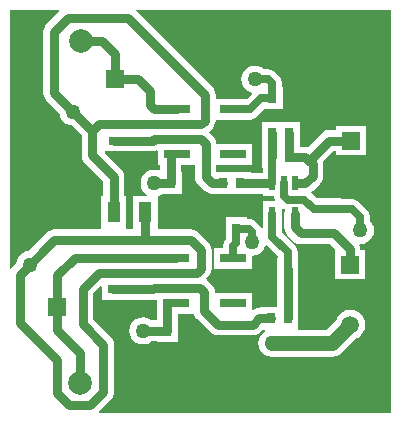
<source format=gtl>
G04 Layer_Physical_Order=1*
G04 Layer_Color=255*
%FSLAX25Y25*%
%MOIN*%
G70*
G01*
G75*
%ADD10R,0.08661X0.03000*%
%ADD11R,0.02441X0.04803*%
%ADD12R,0.03150X0.03543*%
%ADD13R,0.03543X0.03150*%
%ADD14R,0.04331X0.06693*%
%ADD15C,0.03000*%
%ADD16C,0.02500*%
%ADD17C,0.05000*%
%ADD18R,0.05906X0.05906*%
%ADD19C,0.05906*%
%ADD20C,0.07874*%
%ADD21C,0.05000*%
G36*
X64383Y81299D02*
X64504Y80386D01*
X64856Y79534D01*
X65417Y78803D01*
X67582Y76638D01*
X68314Y76077D01*
X69165Y75724D01*
X70079Y75604D01*
X70244D01*
Y75362D01*
X82906D01*
Y75604D01*
X86937D01*
Y74732D01*
X90655D01*
X90675Y74576D01*
X90731Y74152D01*
X90895Y73756D01*
X90945Y73636D01*
X90667Y73220D01*
X86937D01*
Y69256D01*
X86879Y68819D01*
Y64325D01*
X86389Y64228D01*
X86303Y64434D01*
X86009Y64818D01*
X85782Y65113D01*
X84601Y66294D01*
X83922Y66815D01*
X83527Y66979D01*
X83132Y67143D01*
X82708Y67199D01*
X82284Y67254D01*
X81724D01*
Y67748D01*
X74575D01*
Y60290D01*
X74130Y59710D01*
X73966Y59315D01*
X73802Y58919D01*
X73746Y58495D01*
X73690Y58071D01*
Y57673D01*
X70638D01*
Y50673D01*
X83299D01*
Y54765D01*
X83465Y54910D01*
X84639Y55065D01*
X85734Y55518D01*
X86674Y56239D01*
X87395Y57179D01*
X87849Y58274D01*
X88311Y58431D01*
X91997Y54745D01*
Y54165D01*
X91701D01*
Y46622D01*
X91701D01*
Y46569D01*
Y46622D01*
Y46622D01*
Y46291D01*
X91701D01*
Y38748D01*
X91745D01*
Y37827D01*
X86189D01*
Y37585D01*
X85827D01*
X85827Y37585D01*
X84913Y37465D01*
X84062Y37112D01*
X83748Y36871D01*
X83299Y37093D01*
Y42673D01*
X71050D01*
Y42717D01*
X70930Y43630D01*
X70577Y44482D01*
X70016Y45213D01*
X70016Y45213D01*
X68559Y46670D01*
X68210Y46938D01*
X68177Y47437D01*
X68835Y48094D01*
X69396Y48825D01*
X69749Y49677D01*
X69869Y50591D01*
Y56890D01*
X69749Y57803D01*
X69396Y58655D01*
X68835Y59386D01*
X65488Y62732D01*
X64757Y63293D01*
X63906Y63646D01*
X62992Y63766D01*
X52000D01*
Y64142D01*
X52000D01*
Y74765D01*
X53057Y75203D01*
X53264Y75362D01*
X59874D01*
Y82906D01*
X59829D01*
Y85280D01*
X64383D01*
Y81299D01*
D02*
G37*
G36*
X19170Y136367D02*
X14827Y132024D01*
X14266Y131293D01*
X13913Y130441D01*
X13793Y129528D01*
Y109252D01*
X13913Y108338D01*
X14266Y107487D01*
X14827Y106756D01*
X19250Y102332D01*
X19336Y101680D01*
X19790Y100585D01*
X20511Y99645D01*
X21451Y98924D01*
X22546Y98470D01*
X23198Y98384D01*
X26588Y94994D01*
Y88386D01*
X26708Y87472D01*
X27061Y86621D01*
X27622Y85890D01*
X33674Y79837D01*
Y74835D01*
X33039D01*
Y64142D01*
X33039D01*
Y64120D01*
X32686Y63766D01*
X17520D01*
X16606Y63646D01*
X15755Y63293D01*
X15023Y62732D01*
X8730Y56438D01*
X8077Y56353D01*
X6983Y55899D01*
X6042Y55178D01*
X5321Y54238D01*
X4868Y53143D01*
X4782Y52491D01*
X3409Y51118D01*
X3014Y50604D01*
X2541Y50764D01*
Y136829D01*
X18979D01*
X19170Y136367D01*
D02*
G37*
G36*
X51937Y89789D02*
Y85280D01*
X52769D01*
Y83634D01*
X52353Y83356D01*
X51962Y83518D01*
X50787Y83673D01*
X49613Y83518D01*
X48518Y83065D01*
X47578Y82343D01*
X46857Y81403D01*
X46403Y80309D01*
X46249Y79134D01*
X46403Y77959D01*
X46857Y76864D01*
X47578Y75924D01*
X48381Y75308D01*
X48220Y74835D01*
X43669D01*
Y64142D01*
X43669D01*
Y64120D01*
X43316Y63766D01*
X41370D01*
Y64142D01*
X41370D01*
Y74835D01*
X40735D01*
Y81299D01*
X40615Y82213D01*
X40262Y83064D01*
X39701Y83795D01*
X34226Y89270D01*
X34417Y89732D01*
X40976D01*
Y89732D01*
X40976D01*
X40976Y89732D01*
X41307Y89732D01*
Y89732D01*
X48850D01*
Y89777D01*
X50197D01*
X51111Y89897D01*
X51521Y90067D01*
X51937Y89789D01*
D02*
G37*
G36*
X129743Y2541D02*
X32399D01*
X32208Y3003D01*
X36355Y7149D01*
X36915Y7881D01*
X37268Y8732D01*
X37389Y9646D01*
Y25197D01*
X37389Y25197D01*
X37268Y26111D01*
X36915Y26962D01*
X36355Y27693D01*
X30499Y33549D01*
Y42435D01*
X32774Y44711D01*
X33236Y44520D01*
Y40126D01*
X40780D01*
Y40126D01*
X40780D01*
X40780Y40126D01*
X41110Y40126D01*
Y40126D01*
X48654D01*
Y40171D01*
X50197D01*
X51111Y40291D01*
X51324Y40380D01*
X51740Y40102D01*
Y39967D01*
X51708Y39890D01*
X51588Y38976D01*
Y33693D01*
X51543D01*
Y33451D01*
X49839D01*
X49317Y33852D01*
X48222Y34305D01*
X47047Y34460D01*
X45873Y34305D01*
X44778Y33852D01*
X43838Y33131D01*
X43117Y32191D01*
X42663Y31096D01*
X42508Y29921D01*
X42663Y28747D01*
X43117Y27652D01*
X43838Y26712D01*
X44778Y25991D01*
X45873Y25537D01*
X47047Y25382D01*
X48222Y25537D01*
X49317Y25991D01*
X49839Y26391D01*
X51543D01*
Y26150D01*
X58693D01*
Y33693D01*
X58648D01*
Y35673D01*
X64087D01*
X64110Y35504D01*
X64462Y34652D01*
X65023Y33921D01*
X69551Y29394D01*
X70282Y28833D01*
X71134Y28480D01*
X72047Y28360D01*
X83661D01*
X84575Y28480D01*
X85426Y28833D01*
X86158Y29394D01*
X87048Y30283D01*
X87775D01*
X87872Y29793D01*
X87691Y29718D01*
X86751Y28997D01*
X86030Y28057D01*
X85576Y26962D01*
X85422Y25787D01*
X85576Y24613D01*
X86030Y23518D01*
X86751Y22578D01*
X87691Y21857D01*
X88786Y21403D01*
X89961Y21249D01*
X109961D01*
X111135Y21403D01*
X111777Y21669D01*
X112230Y21857D01*
X113170Y22578D01*
X117948Y27356D01*
X118640Y27642D01*
X119674Y28436D01*
X120468Y29471D01*
X120967Y30676D01*
X121137Y31969D01*
X120967Y33261D01*
X120468Y34466D01*
X119674Y35501D01*
X118640Y36295D01*
X117435Y36794D01*
X116142Y36964D01*
X114849Y36794D01*
X113644Y36295D01*
X112609Y35501D01*
X111816Y34466D01*
X111529Y33775D01*
X108081Y30326D01*
X98850D01*
Y37827D01*
X98806D01*
Y38748D01*
X98850D01*
Y46291D01*
D01*
Y46291D01*
X98850Y46291D01*
X98850Y46622D01*
X98850D01*
Y54165D01*
X98554D01*
Y56102D01*
X98442Y56951D01*
X98210Y57510D01*
X98114Y57741D01*
X97888Y58036D01*
X97593Y58420D01*
X93436Y62578D01*
Y68819D01*
X93378Y69256D01*
Y70440D01*
X93794Y70718D01*
X94032Y70619D01*
X94417Y70460D01*
Y70190D01*
X94228Y69733D01*
X94108Y68819D01*
Y64370D01*
X94228Y63456D01*
X94581Y62605D01*
X95142Y61874D01*
X97110Y59905D01*
X97841Y59344D01*
X98693Y58992D01*
X99606Y58871D01*
X101740D01*
Y58827D01*
X109212D01*
X111189Y56850D01*
Y47016D01*
X121095D01*
Y56921D01*
X119475D01*
Y57087D01*
X119355Y58000D01*
X119167Y58452D01*
X119472Y58849D01*
X119488Y58847D01*
X120663Y59002D01*
X121758Y59455D01*
X122698Y60176D01*
X123419Y61116D01*
X123872Y62211D01*
X124027Y63386D01*
X123872Y64561D01*
X123419Y65655D01*
X122766Y66506D01*
Y67716D01*
X122710Y68141D01*
X122654Y68565D01*
X122491Y68960D01*
X122327Y69356D01*
X122032Y69740D01*
X121806Y70034D01*
X119050Y72790D01*
X118371Y73311D01*
X117976Y73475D01*
X117581Y73639D01*
X117157Y73695D01*
X116732Y73751D01*
X113024D01*
Y74047D01*
X105480D01*
Y74047D01*
X104998Y74047D01*
X103105Y75940D01*
X103105Y75940D01*
X103105Y75940D01*
X103311Y76356D01*
X103677Y76638D01*
X106040Y79000D01*
X106600Y79731D01*
X106953Y80582D01*
X107073Y81496D01*
X107073Y81496D01*
Y85433D01*
X106969Y86228D01*
X110517Y89777D01*
X111386D01*
Y88354D01*
X121291D01*
Y98260D01*
X111386D01*
Y96837D01*
X109055D01*
X108142Y96717D01*
X107290Y96364D01*
X106559Y95803D01*
X101976Y91221D01*
X101181Y91325D01*
X99244D01*
Y91567D01*
X99199D01*
Y92094D01*
X99244D01*
Y99638D01*
X86583D01*
Y92094D01*
X86627D01*
Y91567D01*
X86583D01*
Y84024D01*
X86879D01*
Y82664D01*
X82906D01*
Y82906D01*
X71444D01*
Y85280D01*
X83496D01*
Y92279D01*
X71444D01*
Y92323D01*
X71323Y93237D01*
X70971Y94088D01*
X70410Y94819D01*
X68989Y96239D01*
X68992Y96283D01*
X68992Y96283D01*
X68992Y96283D01*
D01*
X70213Y97504D01*
X70213Y97504D01*
X70774Y98235D01*
X71126Y99086D01*
X71247Y100000D01*
X71247Y100000D01*
Y100279D01*
X83496D01*
Y100604D01*
X83565Y100613D01*
X83960Y100777D01*
X84356Y100941D01*
X85035Y101462D01*
X87282Y103709D01*
X93732D01*
Y111252D01*
X93436D01*
Y112402D01*
X93380Y112826D01*
X93324Y113250D01*
X93160Y113645D01*
X92996Y114041D01*
X92702Y114425D01*
X92475Y114719D01*
X91097Y116097D01*
X90419Y116618D01*
X90023Y116782D01*
X89628Y116946D01*
X89204Y117002D01*
X88779Y117058D01*
X87372D01*
X86521Y117710D01*
X85427Y118164D01*
X84252Y118318D01*
X83077Y118164D01*
X81983Y117710D01*
X81042Y116989D01*
X80321Y116049D01*
X79868Y114954D01*
X79713Y113779D01*
X79868Y112605D01*
X80321Y111510D01*
X81042Y110570D01*
X81983Y109849D01*
X83077Y109395D01*
X83234Y108933D01*
X81581Y107280D01*
X71247D01*
Y108661D01*
X71126Y109575D01*
X70774Y110426D01*
X70213Y111158D01*
X44622Y136748D01*
X44650Y136829D01*
X129743D01*
Y2541D01*
D02*
G37*
D10*
X76968Y39173D02*
D03*
Y44173D02*
D03*
Y49173D02*
D03*
Y54173D02*
D03*
X58071Y39173D02*
D03*
Y44173D02*
D03*
Y49173D02*
D03*
Y54173D02*
D03*
X58268Y103779D02*
D03*
Y98779D02*
D03*
Y93779D02*
D03*
Y88779D02*
D03*
X77165Y103779D02*
D03*
Y98779D02*
D03*
Y93779D02*
D03*
Y88779D02*
D03*
D11*
X97638Y79134D02*
D03*
X93898D02*
D03*
X90158D02*
D03*
Y68819D02*
D03*
X97638D02*
D03*
D12*
X90158Y107480D02*
D03*
X95669D02*
D03*
X55118Y29921D02*
D03*
X60630D02*
D03*
X56299Y79134D02*
D03*
X61811D02*
D03*
X78150Y63976D02*
D03*
X72638D02*
D03*
X79331Y79134D02*
D03*
X73819D02*
D03*
X95669Y95866D02*
D03*
X90158D02*
D03*
X90158Y87795D02*
D03*
X95669D02*
D03*
X95276Y34055D02*
D03*
X89764D02*
D03*
X89764Y50394D02*
D03*
X95276D02*
D03*
X95276Y42520D02*
D03*
X89764D02*
D03*
D13*
X109252Y70472D02*
D03*
Y75984D02*
D03*
X105512Y62402D02*
D03*
Y56890D02*
D03*
X37205Y93307D02*
D03*
Y98819D02*
D03*
X45079Y98819D02*
D03*
Y93307D02*
D03*
X44882Y49213D02*
D03*
Y43701D02*
D03*
X37008Y43701D02*
D03*
Y49213D02*
D03*
D14*
X47835Y69488D02*
D03*
X37205D02*
D03*
D15*
X17323Y109252D02*
X23720Y102854D01*
X30118Y96457D01*
Y88386D02*
Y96457D01*
Y88386D02*
X37205Y81299D01*
X24252Y54173D02*
X58071D01*
X18504Y48425D02*
X24252Y54173D01*
X18504Y37795D02*
Y48425D01*
X62992Y60236D02*
X66339Y56890D01*
Y50591D02*
Y56890D01*
X64921Y49173D02*
X66339Y50591D01*
X48031Y60236D02*
X62992D01*
X37598Y113976D02*
X37795Y113779D01*
X37598Y113976D02*
Y122244D01*
X33268Y126575D02*
X37598Y122244D01*
X26339Y126575D02*
X33268D01*
X37795Y113779D02*
X45472D01*
X49409Y109843D01*
Y105118D02*
Y109843D01*
X17323Y129528D02*
X22047Y134252D01*
X42126D01*
X5906Y32480D02*
Y48622D01*
Y32480D02*
X18307Y20079D01*
Y9055D02*
Y20079D01*
X25945Y12598D02*
Y22677D01*
X18504Y30118D02*
X25945Y22677D01*
X18504Y30118D02*
Y37795D01*
X18307Y9055D02*
X22244Y5118D01*
X29331D01*
X33858Y9646D01*
Y25197D01*
X26969Y32087D02*
X33858Y25197D01*
X26969Y32087D02*
Y43898D01*
X32283Y49213D01*
X37008D01*
X115945Y52165D02*
X116142Y51968D01*
X115945Y52165D02*
Y57087D01*
X110630Y62402D02*
X115945Y57087D01*
X105512Y62402D02*
X110630D01*
X102362Y86614D02*
X109055Y93307D01*
X101181Y87795D02*
X102362Y86614D01*
X103543Y85433D01*
X109055Y93307D02*
X116339D01*
X50748Y103779D02*
X58268D01*
X49409Y105118D02*
X50748Y103779D01*
X67716Y100000D02*
Y108661D01*
X58268Y98779D02*
X66496D01*
X72047Y31890D02*
X83661D01*
X67520Y36417D02*
X72047Y31890D01*
X67520Y36417D02*
Y42717D01*
X55118Y29921D02*
X55118Y29921D01*
X99606Y62402D02*
X105512D01*
X97638Y64370D02*
X99606Y62402D01*
X97638Y64370D02*
Y68819D01*
X95276Y34055D02*
Y42520D01*
X95276Y42520D02*
Y50394D01*
X98425Y79134D02*
X101181D01*
X103543Y81496D01*
Y85433D01*
X95669Y87795D02*
X101181D01*
X55118Y29921D02*
Y38976D01*
X55118Y29921D02*
X55118Y29921D01*
X50669Y44173D02*
X58071D01*
X50197Y43701D02*
X50669Y44173D01*
X44882Y43701D02*
X50197D01*
X44882Y43701D02*
X44882Y43701D01*
X37008Y43701D02*
X44882D01*
X85827Y34055D02*
X89764D01*
X83661Y31890D02*
X85827Y34055D01*
X58071Y44173D02*
X66063D01*
X67520Y42717D01*
X95669Y87795D02*
Y95866D01*
X90158Y87795D02*
Y95866D01*
X79331Y79134D02*
X89370D01*
X70079D02*
X73819D01*
X67913Y81299D02*
X70079Y79134D01*
X67913Y81299D02*
Y92323D01*
X66457Y93779D02*
X67913Y92323D01*
X58268Y93779D02*
X66457D01*
X47835Y60433D02*
X48031Y60236D01*
X17520D02*
X48031D01*
X47835Y60433D02*
Y69488D01*
X37205D02*
Y81299D01*
X32480Y98819D02*
X37205D01*
X50669Y93779D02*
X58268D01*
X50197Y93307D02*
X50669Y93779D01*
X45079Y93307D02*
X50197D01*
X45079Y93307D02*
X45079Y93307D01*
X37205Y93307D02*
X45079D01*
Y98819D02*
X45079Y98819D01*
X37205Y98819D02*
X45079D01*
X45079Y98819D02*
X58228D01*
X56299Y79134D02*
Y88386D01*
X50787Y79134D02*
X56299D01*
X37008Y49213D02*
X37008Y49213D01*
X44882D01*
X44921Y49173D01*
X58071D01*
X64921D01*
X42126Y134252D02*
X67716Y108661D01*
X66496Y98779D02*
X67716Y100000D01*
X45079Y98819D02*
X58228D01*
X58268Y98779D01*
X30118Y96457D02*
X32480Y98819D01*
X17323Y109252D02*
Y129528D01*
X5906Y48622D02*
X17520Y60236D01*
X47047Y29921D02*
X55118D01*
D16*
X95669Y107480D02*
X112165D01*
X69488Y63976D02*
X72638D01*
X67913Y65551D02*
X69488Y63976D01*
X67913Y65551D02*
Y72441D01*
X63189D02*
X67913D01*
X61811Y73819D02*
X63189Y72441D01*
X61811Y73819D02*
Y79134D01*
X111614Y75984D02*
X122047D01*
X109252D02*
X111614D01*
X111417Y76181D02*
X111614Y75984D01*
X111417Y76181D02*
Y83071D01*
X122047Y75984D02*
X126181Y71850D01*
Y46654D02*
Y71850D01*
X121496Y41969D02*
X126181Y46654D01*
X116142Y41969D02*
X121496D01*
X111181D02*
X116142D01*
X105512Y47638D02*
X111181Y41969D01*
X105512Y47638D02*
Y56890D01*
X115945Y12598D02*
X122244Y18898D01*
Y35866D01*
X116142Y41969D02*
X122244Y35866D01*
X78543Y12598D02*
X115945D01*
X66339Y24803D02*
X78543Y12598D01*
X66339Y24803D02*
Y27953D01*
X86417Y42520D02*
X89764D01*
X84842Y44094D02*
X86417Y42520D01*
X84842Y44094D02*
Y46654D01*
X88583Y50394D01*
X89764D01*
X82362Y44173D02*
X84842Y46654D01*
X76968Y44173D02*
X82362D01*
X82323Y49173D02*
X84842Y46654D01*
X76968Y49173D02*
X82323D01*
X64370Y29921D02*
X66339Y27953D01*
X60630Y29921D02*
X64370D01*
X116339Y111653D02*
Y126575D01*
X112165Y107480D02*
X116339Y111653D01*
X112165Y107480D02*
X116339Y103307D01*
X119488Y63386D02*
Y67716D01*
X87008Y101575D02*
X93898D01*
X95669Y103346D01*
Y107480D01*
X90158D02*
Y112402D01*
X88779Y113779D02*
X90158Y112402D01*
X84252Y113779D02*
X88779D01*
X86417Y107480D02*
X90158D01*
X82717Y103779D02*
X86417Y107480D01*
X77165Y103779D02*
X82717D01*
X84213Y98779D02*
X87008Y101575D01*
X116732Y70472D02*
X119488Y67716D01*
X109252Y70472D02*
X116732D01*
X103937D02*
X109252D01*
X100787Y73622D02*
X103937Y70472D01*
X95276Y73622D02*
X100787D01*
X93898Y75000D02*
X95276Y73622D01*
X93898Y75000D02*
Y79134D01*
X77165Y98779D02*
X84213D01*
X77165Y93779D02*
Y98779D01*
X95276Y42520D02*
X95276Y42520D01*
X95276Y50394D02*
Y56102D01*
X90158Y61221D02*
X95276Y56102D01*
X90158Y61221D02*
Y68819D01*
X78150Y59252D02*
Y63976D01*
X76968Y58071D02*
X78150Y59252D01*
X76968Y54173D02*
Y58071D01*
X83465Y59449D02*
Y62795D01*
X82284Y63976D02*
X83465Y62795D01*
X78150Y63976D02*
X82284D01*
X90158Y79134D02*
Y87795D01*
D17*
X109961Y25787D02*
X116142Y31969D01*
X89961Y25787D02*
X109961D01*
D18*
X23425Y71653D02*
D03*
X18504Y37795D02*
D03*
X37795Y113779D02*
D03*
X116142Y51968D02*
D03*
X116339Y93307D02*
D03*
D19*
X116142Y31969D02*
D03*
Y41969D02*
D03*
X116339Y103307D02*
D03*
D20*
X25945Y12598D02*
D03*
X115945D02*
D03*
X116339Y126575D02*
D03*
X26339D02*
D03*
D21*
X23720Y102854D02*
D03*
X67913Y72441D02*
D03*
X89961Y25787D02*
D03*
X119488Y63386D02*
D03*
X111417Y83071D02*
D03*
X66339Y27953D02*
D03*
X50787Y79134D02*
D03*
X83465Y59449D02*
D03*
X100787Y107480D02*
D03*
X84252Y113779D02*
D03*
X84842Y46654D02*
D03*
X9252Y51968D02*
D03*
X47047Y29921D02*
D03*
X42520Y86417D02*
D03*
M02*

</source>
